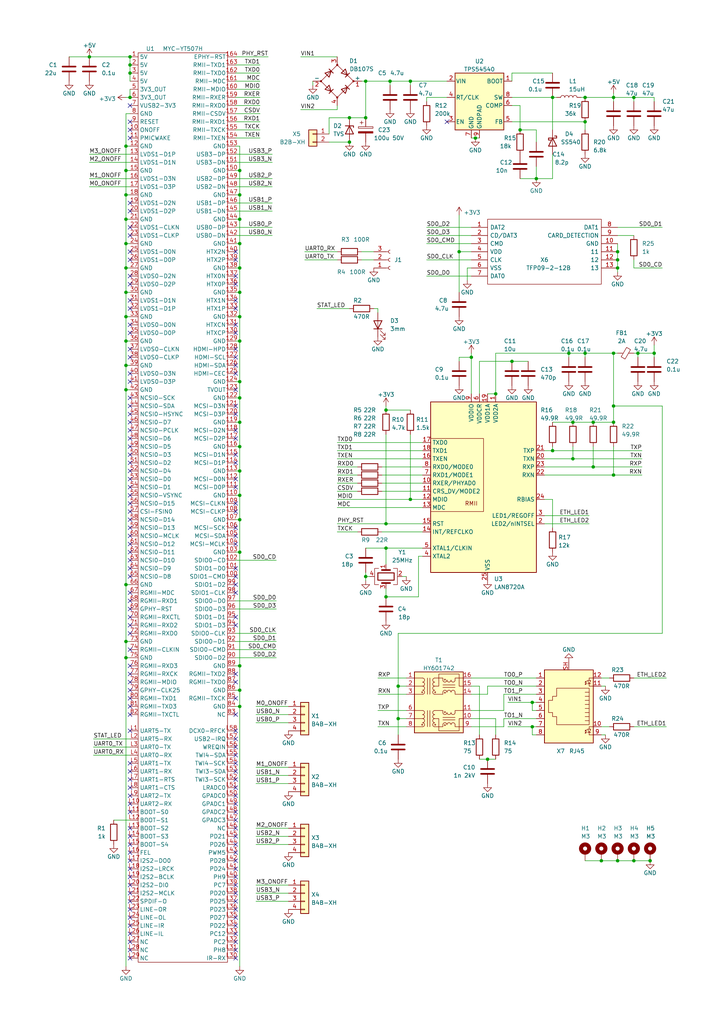
<source format=kicad_sch>
(kicad_sch (version 20211123) (generator eeschema)
  (paper "User" 226.009 319.989)
  (junction (at 167.64 55.88))
  (junction (at 172.72 140.97))
  (junction (at 187.96 269.24))
  (junction (at 74.93 124.46))
  (junction (at 40.64 17.78))
  (junction (at 162.56 40.64))
  (junction (at 39.37 83.82))
  (junction (at 182.88 30.48))
  (junction (at 74.93 220.98))
  (junction (at 120.65 128.27))
  (junction (at 199.39 110.49))
  (junction (at 120.65 186.69))
  (junction (at 74.93 83.82))
  (junction (at 154.94 123.19))
  (junction (at 40.64 20.32))
  (junction (at 74.93 68.58))
  (junction (at 39.37 76.2))
  (junction (at 177.8 110.49))
  (junction (at 198.12 269.24))
  (junction (at 120.65 163.83))
  (junction (at 39.37 200.66))
  (junction (at 148.59 43.18))
  (junction (at 185.42 146.05))
  (junction (at 166.37 219.71))
  (junction (at 124.46 224.79))
  (junction (at 179.07 143.51))
  (junction (at 203.2 269.24))
  (junction (at 191.77 30.48))
  (junction (at 114.3 25.4))
  (junction (at 39.37 205.74))
  (junction (at 40.64 22.86))
  (junction (at 191.77 110.49))
  (junction (at 193.04 78.74))
  (junction (at 74.93 154.94))
  (junction (at 114.3 180.34))
  (junction (at 74.93 53.34))
  (junction (at 191.77 132.08))
  (junction (at 128.27 156.21))
  (junction (at 74.93 215.9))
  (junction (at 74.93 91.44))
  (junction (at 182.88 38.1))
  (junction (at 74.93 106.68))
  (junction (at 74.93 132.08))
  (junction (at 39.37 91.44))
  (junction (at 204.47 110.49))
  (junction (at 160.02 113.03))
  (junction (at 39.37 68.58))
  (junction (at 166.37 227.33))
  (junction (at 74.93 99.06))
  (junction (at 109.22 44.45))
  (junction (at 120.65 171.45))
  (junction (at 179.07 132.08))
  (junction (at 182.88 110.49))
  (junction (at 147.32 111.76))
  (junction (at 172.72 30.48))
  (junction (at 74.93 139.7))
  (junction (at 193.04 269.24))
  (junction (at 74.93 76.2))
  (junction (at 193.04 83.82))
  (junction (at 39.37 53.34))
  (junction (at 191.77 127))
  (junction (at 39.37 114.3))
  (junction (at 74.93 60.96))
  (junction (at 39.37 60.96))
  (junction (at 74.93 147.32))
  (junction (at 39.37 45.72))
  (junction (at 74.93 162.56))
  (junction (at 39.37 99.06))
  (junction (at 40.64 30.48))
  (junction (at 114.3 36.83))
  (junction (at 74.93 208.28))
  (junction (at 39.37 106.68))
  (junction (at 128.27 25.4))
  (junction (at 74.93 172.72))
  (junction (at 152.4 237.49))
  (junction (at 191.77 148.59))
  (junction (at 109.22 36.83))
  (junction (at 39.37 121.92))
  (junction (at 124.46 214.63))
  (junction (at 121.92 25.4))
  (junction (at 193.04 81.28))
  (junction (at 143.51 78.74))
  (junction (at 27.94 17.78))
  (junction (at 74.93 119.38))
  (junction (at 39.37 182.88))
  (junction (at 198.12 30.48))
  (junction (at 185.42 132.08))
  (no_connect (at 40.64 40.64))
  (no_connect (at 40.64 119.38))
  (no_connect (at 73.66 241.3))
  (no_connect (at 73.66 157.48))
  (no_connect (at 40.64 86.36))
  (no_connect (at 40.64 165.1))
  (no_connect (at 40.64 38.1))
  (no_connect (at 73.66 261.62))
  (no_connect (at 73.66 121.92))
  (no_connect (at 40.64 88.9))
  (no_connect (at 40.64 203.2))
  (no_connect (at 40.64 228.6))
  (no_connect (at 73.66 144.78))
  (no_connect (at 73.66 243.84))
  (no_connect (at 40.64 63.5))
  (no_connect (at 73.66 165.1))
  (no_connect (at 139.7 38.1))
  (no_connect (at 73.66 114.3))
  (no_connect (at 40.64 213.36))
  (no_connect (at 40.64 149.86))
  (no_connect (at 40.64 129.54))
  (no_connect (at 73.66 195.58))
  (no_connect (at 73.66 233.68))
  (no_connect (at 40.64 241.3))
  (no_connect (at 40.64 71.12))
  (no_connect (at 40.64 132.08))
  (no_connect (at 73.66 299.72))
  (no_connect (at 73.66 160.02))
  (no_connect (at 40.64 81.28))
  (no_connect (at 73.66 259.08))
  (no_connect (at 40.64 210.82))
  (no_connect (at 73.66 210.82))
  (no_connect (at 40.64 287.02))
  (no_connect (at 40.64 259.08))
  (no_connect (at 73.66 129.54))
  (no_connect (at 40.64 160.02))
  (no_connect (at 73.66 177.8))
  (no_connect (at 73.66 248.92))
  (no_connect (at 73.66 101.6))
  (no_connect (at 40.64 134.62))
  (no_connect (at 73.66 88.9))
  (no_connect (at 40.64 172.72))
  (no_connect (at 40.64 271.78))
  (no_connect (at 40.64 251.46))
  (no_connect (at 40.64 218.44))
  (no_connect (at 40.64 238.76))
  (no_connect (at 73.66 289.56))
  (no_connect (at 73.66 297.18))
  (no_connect (at 40.64 111.76))
  (no_connect (at 40.64 177.8))
  (no_connect (at 73.66 182.88))
  (no_connect (at 40.64 190.5))
  (no_connect (at 40.64 142.24))
  (no_connect (at 40.64 137.16))
  (no_connect (at 40.64 185.42))
  (no_connect (at 40.64 248.92))
  (no_connect (at 73.66 152.4))
  (no_connect (at 73.66 96.52))
  (no_connect (at 73.66 81.28))
  (no_connect (at 73.66 142.24))
  (no_connect (at 40.64 266.7))
  (no_connect (at 73.66 228.6))
  (no_connect (at 40.64 109.22))
  (no_connect (at 73.66 294.64))
  (no_connect (at 40.64 264.16))
  (no_connect (at 40.64 139.7))
  (no_connect (at 40.64 294.64))
  (no_connect (at 40.64 279.4))
  (no_connect (at 73.66 256.54))
  (no_connect (at 40.64 284.48))
  (no_connect (at 73.66 218.44))
  (no_connect (at 40.64 124.46))
  (no_connect (at 40.64 269.24))
  (no_connect (at 40.64 180.34))
  (no_connect (at 73.66 134.62))
  (no_connect (at 73.66 104.14))
  (no_connect (at 73.66 167.64))
  (no_connect (at 73.66 180.34))
  (no_connect (at 40.64 299.72))
  (no_connect (at 73.66 185.42))
  (no_connect (at 40.64 66.04))
  (no_connect (at 40.64 215.9))
  (no_connect (at 40.64 116.84))
  (no_connect (at 40.64 243.84))
  (no_connect (at 40.64 96.52))
  (no_connect (at 40.64 208.28))
  (no_connect (at 40.64 33.02))
  (no_connect (at 73.66 254))
  (no_connect (at 73.66 276.86))
  (no_connect (at 73.66 251.46))
  (no_connect (at 40.64 175.26))
  (no_connect (at 40.64 281.94))
  (no_connect (at 73.66 274.32))
  (no_connect (at 40.64 147.32))
  (no_connect (at 40.64 157.48))
  (no_connect (at 73.66 170.18))
  (no_connect (at 40.64 220.98))
  (no_connect (at 73.66 111.76))
  (no_connect (at 40.64 93.98))
  (no_connect (at 73.66 292.1))
  (no_connect (at 40.64 193.04))
  (no_connect (at 40.64 170.18))
  (no_connect (at 73.66 137.16))
  (no_connect (at 40.64 187.96))
  (no_connect (at 73.66 238.76))
  (no_connect (at 40.64 297.18))
  (no_connect (at 40.64 195.58))
  (no_connect (at 73.66 127))
  (no_connect (at 40.64 144.78))
  (no_connect (at 40.64 78.74))
  (no_connect (at 73.66 246.38))
  (no_connect (at 40.64 127))
  (no_connect (at 73.66 213.36))
  (no_connect (at 40.64 73.66))
  (no_connect (at 73.66 266.7))
  (no_connect (at 40.64 152.4))
  (no_connect (at 40.64 167.64))
  (no_connect (at 73.66 193.04))
  (no_connect (at 73.66 149.86))
  (no_connect (at 40.64 43.18))
  (no_connect (at 73.66 109.22))
  (no_connect (at 73.66 264.16))
  (no_connect (at 40.64 246.38))
  (no_connect (at 73.66 236.22))
  (no_connect (at 73.66 78.74))
  (no_connect (at 73.66 93.98))
  (no_connect (at 40.64 162.56))
  (no_connect (at 73.66 279.4))
  (no_connect (at 40.64 261.62))
  (no_connect (at 40.64 274.32))
  (no_connect (at 40.64 198.12))
  (no_connect (at 73.66 269.24))
  (no_connect (at 73.66 271.78))
  (no_connect (at 40.64 254))
  (no_connect (at 73.66 284.48))
  (no_connect (at 73.66 116.84))
  (no_connect (at 40.64 289.56))
  (no_connect (at 40.64 223.52))
  (no_connect (at 40.64 154.94))
  (no_connect (at 40.64 104.14))
  (no_connect (at 73.66 281.94))
  (no_connect (at 73.66 223.52))
  (no_connect (at 40.64 292.1))
  (no_connect (at 73.66 86.36))
  (no_connect (at 73.66 287.02))
  (no_connect (at 40.64 276.86))
  (no_connect (at 40.64 101.6))
  (no_connect (at 73.66 231.14))
  (wire (pts (xy 95.25 81.28) (xy 105.41 81.28)))
  (wire (pts (xy 39.37 205.74) (xy 40.64 205.74)))
  (wire (pts (xy 29.21 236.22) (xy 40.64 236.22)))
  (wire (pts (xy 191.77 29.21) (xy 191.77 30.48)))
  (wire (pts (xy 73.66 55.88) (xy 85.09 55.88)))
  (wire (pts (xy 73.66 106.68) (xy 74.93 106.68)))
  (wire (pts (xy 74.93 147.32) (xy 74.93 139.7)))
  (wire (pts (xy 39.37 60.96) (xy 40.64 60.96)))
  (wire (pts (xy 114.3 181.61) (xy 114.3 180.34)))
  (wire (pts (xy 193.04 73.66) (xy 198.12 73.66)))
  (wire (pts (xy 39.37 83.82) (xy 40.64 83.82)))
  (wire (pts (xy 125.73 180.34) (xy 127 180.34)))
  (wire (pts (xy 172.72 132.08) (xy 179.07 132.08)))
  (wire (pts (xy 200.66 146.05) (xy 185.42 146.05)))
  (wire (pts (xy 27.94 48.26) (xy 40.64 48.26)))
  (wire (pts (xy 193.04 269.24) (xy 198.12 269.24)))
  (wire (pts (xy 114.3 179.07) (xy 114.3 180.34)))
  (wire (pts (xy 182.88 38.1) (xy 182.88 40.64)))
  (wire (pts (xy 133.35 76.2) (xy 147.32 76.2)))
  (wire (pts (xy 105.41 146.05) (xy 111.76 146.05)))
  (wire (pts (xy 119.38 151.13) (xy 132.08 151.13)))
  (wire (pts (xy 73.66 215.9) (xy 74.93 215.9)))
  (wire (pts (xy 73.66 73.66) (xy 85.09 73.66)))
  (wire (pts (xy 193.04 78.74) (xy 193.04 81.28)))
  (wire (pts (xy 147.32 111.76) (xy 143.51 111.76)))
  (wire (pts (xy 73.66 139.7) (xy 74.93 139.7)))
  (wire (pts (xy 35.56 256.54) (xy 40.64 256.54)))
  (wire (pts (xy 105.41 140.97) (xy 132.08 140.97)))
  (wire (pts (xy 158.75 227.33) (xy 166.37 227.33)))
  (wire (pts (xy 167.64 55.88) (xy 172.72 55.88)))
  (wire (pts (xy 207.01 127) (xy 191.77 127)))
  (wire (pts (xy 113.03 25.4) (xy 114.3 25.4)))
  (wire (pts (xy 139.7 25.4) (xy 128.27 25.4)))
  (wire (pts (xy 39.37 53.34) (xy 40.64 53.34)))
  (wire (pts (xy 105.41 143.51) (xy 132.08 143.51)))
  (wire (pts (xy 105.41 138.43) (xy 132.08 138.43)))
  (wire (pts (xy 132.08 173.99) (xy 130.81 173.99)))
  (wire (pts (xy 74.93 53.34) (xy 74.93 45.72)))
  (wire (pts (xy 124.46 214.63) (xy 124.46 224.79)))
  (wire (pts (xy 74.93 154.94) (xy 74.93 147.32)))
  (wire (pts (xy 189.23 229.87) (xy 187.96 229.87)))
  (wire (pts (xy 39.37 35.56) (xy 39.37 45.72)))
  (wire (pts (xy 73.66 83.82) (xy 74.93 83.82)))
  (wire (pts (xy 147.32 222.25) (xy 157.48 222.25)))
  (wire (pts (xy 73.66 60.96) (xy 74.93 60.96)))
  (wire (pts (xy 40.64 20.32) (xy 40.64 22.86)))
  (wire (pts (xy 39.37 99.06) (xy 40.64 99.06)))
  (wire (pts (xy 177.8 110.49) (xy 154.94 110.49)))
  (wire (pts (xy 73.66 99.06) (xy 74.93 99.06)))
  (wire (pts (xy 74.93 91.44) (xy 74.93 83.82)))
  (wire (pts (xy 97.79 26.67) (xy 97.79 25.4)))
  (wire (pts (xy 39.37 200.66) (xy 40.64 200.66)))
  (wire (pts (xy 187.96 212.09) (xy 190.5 212.09)))
  (wire (pts (xy 118.11 227.33) (xy 127 227.33)))
  (wire (pts (xy 80.01 240.03) (xy 90.17 240.03)))
  (wire (pts (xy 73.66 63.5) (xy 85.09 63.5)))
  (wire (pts (xy 39.37 91.44) (xy 40.64 91.44)))
  (wire (pts (xy 167.64 224.79) (xy 157.48 224.79)))
  (wire (pts (xy 146.05 83.82) (xy 146.05 87.63)))
  (wire (pts (xy 120.65 128.27) (xy 128.27 128.27)))
  (wire (pts (xy 74.93 302.26) (xy 74.93 220.98)))
  (wire (pts (xy 167.64 214.63) (xy 152.4 214.63)))
  (wire (pts (xy 154.94 224.79) (xy 154.94 229.87)))
  (wire (pts (xy 80.01 261.62) (xy 90.17 261.62)))
  (wire (pts (xy 29.21 233.68) (xy 40.64 233.68)))
  (wire (pts (xy 182.88 269.24) (xy 187.96 269.24)))
  (wire (pts (xy 149.86 123.19) (xy 149.86 113.03)))
  (wire (pts (xy 105.41 148.59) (xy 111.76 148.59)))
  (wire (pts (xy 109.22 36.83) (xy 114.3 36.83)))
  (wire (pts (xy 105.41 153.67) (xy 111.76 153.67)))
  (wire (pts (xy 39.37 45.72) (xy 39.37 53.34)))
  (wire (pts (xy 124.46 229.87) (xy 124.46 224.79)))
  (wire (pts (xy 160.02 25.4) (xy 160.02 22.86)))
  (wire (pts (xy 39.37 205.74) (xy 39.37 302.26)))
  (wire (pts (xy 191.77 127) (xy 191.77 132.08)))
  (wire (pts (xy 204.47 107.95) (xy 204.47 110.49)))
  (wire (pts (xy 166.37 229.87) (xy 167.64 229.87)))
  (wire (pts (xy 147.32 83.82) (xy 146.05 83.82)))
  (wire (pts (xy 166.37 222.25) (xy 167.64 222.25)))
  (wire (pts (xy 73.66 20.32) (xy 81.28 20.32)))
  (wire (pts (xy 27.94 50.8) (xy 40.64 50.8)))
  (wire (pts (xy 191.77 139.7) (xy 191.77 148.59)))
  (wire (pts (xy 128.27 25.4) (xy 128.27 26.67)))
  (wire (pts (xy 73.66 17.78) (xy 83.82 17.78)))
  (wire (pts (xy 147.32 212.09) (xy 167.64 212.09)))
  (wire (pts (xy 74.93 208.28) (xy 74.93 172.72)))
  (wire (pts (xy 152.4 123.19) (xy 154.94 123.19)))
  (wire (pts (xy 118.11 96.52) (xy 118.11 97.79)))
  (wire (pts (xy 73.66 38.1) (xy 81.28 38.1)))
  (wire (pts (xy 167.64 40.64) (xy 167.64 44.45)))
  (wire (pts (xy 193.04 81.28) (xy 193.04 83.82)))
  (wire (pts (xy 152.4 237.49) (xy 154.94 237.49)))
  (wire (pts (xy 102.87 41.91) (xy 102.87 36.83)))
  (wire (pts (xy 204.47 111.76) (xy 204.47 110.49)))
  (wire (pts (xy 73.66 200.66) (xy 86.36 200.66)))
  (wire (pts (xy 198.12 212.09) (xy 208.28 212.09)))
  (wire (pts (xy 147.32 227.33) (xy 157.48 227.33)))
  (wire (pts (xy 74.93 132.08) (xy 74.93 124.46)))
  (wire (pts (xy 198.12 30.48) (xy 198.12 31.75)))
  (wire (pts (xy 133.35 73.66) (xy 147.32 73.66)))
  (wire (pts (xy 73.66 154.94) (xy 74.93 154.94)))
  (wire (pts (xy 114.3 171.45) (xy 120.65 171.45)))
  (wire (pts (xy 73.66 220.98) (xy 74.93 220.98)))
  (wire (pts (xy 120.65 186.69) (xy 120.65 184.15)))
  (wire (pts (xy 120.65 127) (xy 120.65 128.27)))
  (wire (pts (xy 121.92 25.4) (xy 128.27 25.4)))
  (wire (pts (xy 73.66 203.2) (xy 86.36 203.2)))
  (wire (pts (xy 198.12 110.49) (xy 199.39 110.49)))
  (wire (pts (xy 185.42 146.05) (xy 170.18 146.05)))
  (wire (pts (xy 73.66 124.46) (xy 74.93 124.46)))
  (wire (pts (xy 204.47 31.75) (xy 204.47 30.48)))
  (wire (pts (xy 119.38 166.37) (xy 132.08 166.37)))
  (wire (pts (xy 102.87 44.45) (xy 109.22 44.45)))
  (wire (pts (xy 114.3 180.34) (xy 115.57 180.34)))
  (wire (pts (xy 116.84 96.52) (xy 118.11 96.52)))
  (wire (pts (xy 73.66 132.08) (xy 74.93 132.08)))
  (wire (pts (xy 39.37 182.88) (xy 40.64 182.88)))
  (wire (pts (xy 40.64 22.86) (xy 40.64 25.4)))
  (wire (pts (xy 39.37 114.3) (xy 40.64 114.3)))
  (wire (pts (xy 21.59 17.78) (xy 27.94 17.78)))
  (wire (pts (xy 179.07 139.7) (xy 179.07 143.51)))
  (wire (pts (xy 193.04 71.12) (xy 207.01 71.12)))
  (wire (pts (xy 118.11 212.09) (xy 127 212.09)))
  (wire (pts (xy 80.01 264.16) (xy 90.17 264.16)))
  (wire (pts (xy 39.37 83.82) (xy 39.37 91.44)))
  (wire (pts (xy 27.94 17.78) (xy 40.64 17.78)))
  (wire (pts (xy 119.38 146.05) (xy 132.08 146.05)))
  (wire (pts (xy 39.37 106.68) (xy 39.37 114.3)))
  (wire (pts (xy 200.66 143.51) (xy 179.07 143.51)))
  (wire (pts (xy 185.42 139.7) (xy 185.42 146.05)))
  (wire (pts (xy 172.72 140.97) (xy 200.66 140.97)))
  (wire (pts (xy 114.3 25.4) (xy 114.3 36.83)))
  (wire (pts (xy 128.27 156.21) (xy 132.08 156.21)))
  (wire (pts (xy 27.94 55.88) (xy 40.64 55.88)))
  (wire (pts (xy 74.93 60.96) (xy 74.93 53.34)))
  (wire (pts (xy 177.8 110.49) (xy 177.8 111.76)))
  (wire (pts (xy 170.18 161.29) (xy 184.15 161.29)))
  (wire (pts (xy 39.37 200.66) (xy 39.37 205.74)))
  (wire (pts (xy 39.37 68.58) (xy 40.64 68.58)))
  (wire (pts (xy 73.66 187.96) (xy 86.36 187.96)))
  (wire (pts (xy 39.37 76.2) (xy 40.64 76.2)))
  (wire (pts (xy 39.37 121.92) (xy 39.37 182.88)))
  (wire (pts (xy 73.66 172.72) (xy 74.93 172.72)))
  (wire (pts (xy 179.07 132.08) (xy 185.42 132.08)))
  (wire (pts (xy 182.88 30.48) (xy 191.77 30.48)))
  (wire (pts (xy 113.03 81.28) (xy 116.84 81.28)))
  (wire (pts (xy 147.32 111.76) (xy 147.32 123.19)))
  (wire (pts (xy 118.11 217.17) (xy 127 217.17)))
  (wire (pts (xy 147.32 224.79) (xy 154.94 224.79)))
  (wire (pts (xy 93.98 17.78) (xy 105.41 17.78)))
  (wire (pts (xy 167.64 227.33) (xy 166.37 227.33)))
  (wire (pts (xy 39.37 91.44) (xy 39.37 99.06)))
  (wire (pts (xy 73.66 205.74) (xy 86.36 205.74)))
  (wire (pts (xy 167.64 52.07) (xy 167.64 55.88)))
  (wire (pts (xy 105.41 166.37) (xy 111.76 166.37)))
  (wire (pts (xy 120.65 163.83) (xy 132.08 163.83)))
  (wire (pts (xy 73.66 33.02) (xy 81.28 33.02)))
  (wire (pts (xy 40.64 17.78) (xy 40.64 20.32)))
  (wire (pts (xy 198.12 269.24) (xy 203.2 269.24)))
  (wire (pts (xy 74.93 119.38) (xy 74.93 106.68)))
  (wire (pts (xy 73.66 27.94) (xy 81.28 27.94)))
  (wire (pts (xy 114.3 25.4) (xy 121.92 25.4)))
  (wire (pts (xy 74.93 215.9) (xy 74.93 208.28)))
  (wire (pts (xy 187.96 269.24) (xy 193.04 269.24)))
  (wire (pts (xy 182.88 111.76) (xy 182.88 110.49)))
  (wire (pts (xy 166.37 227.33) (xy 166.37 229.87)))
  (wire (pts (xy 133.35 71.12) (xy 147.32 71.12)))
  (wire (pts (xy 207.01 127) (xy 207.01 198.12)))
  (wire (pts (xy 187.96 227.33) (xy 190.5 227.33)))
  (wire (pts (xy 198.12 30.48) (xy 204.47 30.48)))
  (wire (pts (xy 105.41 163.83) (xy 120.65 163.83)))
  (wire (pts (xy 160.02 22.86) (xy 172.72 22.86)))
  (wire (pts (xy 80.01 281.94) (xy 90.17 281.94)))
  (wire (pts (xy 73.66 76.2) (xy 74.93 76.2)))
  (wire (pts (xy 40.64 27.94) (xy 40.64 30.48)))
  (wire (pts (xy 39.37 30.48) (xy 40.64 30.48)))
  (wire (pts (xy 147.32 110.49) (xy 147.32 111.76)))
  (wire (pts (xy 74.93 68.58) (xy 74.93 60.96)))
  (wire (pts (xy 120.65 135.89) (xy 120.65 163.83)))
  (wire (pts (xy 152.4 214.63) (xy 152.4 217.17)))
  (wire (pts (xy 133.35 81.28) (xy 147.32 81.28)))
  (wire (pts (xy 74.93 45.72) (xy 73.66 45.72)))
  (wire (pts (xy 130.81 186.69) (xy 120.65 186.69)))
  (wire (pts (xy 73.66 119.38) (xy 74.93 119.38)))
  (wire (pts (xy 39.37 114.3) (xy 39.37 121.92)))
  (wire (pts (xy 147.32 214.63) (xy 149.86 214.63)))
  (wire (pts (xy 143.51 111.76) (xy 143.51 113.03)))
  (wire (pts (xy 154.94 110.49) (xy 154.94 123.19)))
  (wire (pts (xy 39.37 53.34) (xy 39.37 60.96)))
  (wire (pts (xy 199.39 111.76) (xy 199.39 110.49)))
  (wire (pts (xy 167.64 217.17) (xy 157.48 217.17)))
  (wire (pts (xy 99.06 96.52) (xy 109.22 96.52)))
  (wire (pts (xy 198.12 83.82) (xy 198.12 81.28)))
  (wire (pts (xy 148.59 43.18) (xy 149.86 43.18)))
  (wire (pts (xy 80.01 279.4) (xy 90.17 279.4)))
  (wire (pts (xy 73.66 147.32) (xy 74.93 147.32)))
  (wire (pts (xy 124.46 224.79) (xy 127 224.79)))
  (wire (pts (xy 73.66 43.18) (xy 81.28 43.18)))
  (wire (pts (xy 170.18 156.21) (xy 172.72 156.21)))
  (wire (pts (xy 74.93 220.98) (xy 74.93 215.9)))
  (wire (pts (xy 73.66 66.04) (xy 85.09 66.04)))
  (wire (pts (xy 193.04 83.82) (xy 193.04 85.09)))
  (wire (pts (xy 143.51 91.44) (xy 143.51 78.74)))
  (wire (pts (xy 105.41 151.13) (xy 111.76 151.13)))
  (wire (pts (xy 119.38 148.59) (xy 132.08 148.59)))
  (wire (pts (xy 80.01 276.86) (xy 90.17 276.86)))
  (wire (pts (xy 191.77 30.48) (xy 198.12 30.48)))
  (wire (pts (xy 119.38 153.67) (xy 132.08 153.67)))
  (wire (pts (xy 133.35 86.36) (xy 147.32 86.36)))
  (wire (pts (xy 133.35 30.48) (xy 139.7 30.48)))
  (wire (pts (xy 191.77 148.59) (xy 170.18 148.59)))
  (wire (pts (xy 74.93 76.2) (xy 74.93 68.58)))
  (wire (pts (xy 73.66 91.44) (xy 74.93 91.44)))
  (wire (pts (xy 191.77 148.59) (xy 200.66 148.59)))
  (wire (pts (xy 73.66 22.86) (xy 81.28 22.86)))
  (wire (pts (xy 73.66 25.4) (xy 81.28 25.4)))
  (wire (pts (xy 74.93 124.46) (xy 74.93 119.38)))
  (wire (pts (xy 149.86 237.49) (xy 152.4 237.49)))
  (wire (pts (xy 162.56 40.64) (xy 167.64 40.64)))
  (wire (pts (xy 80.01 223.52) (xy 90.17 223.52)))
  (wire (pts (xy 128.27 135.89) (xy 128.27 156.21)))
  (wire (pts (xy 127 214.63) (xy 124.46 214.63)))
  (wire (pts (xy 39.37 106.68) (xy 40.64 106.68)))
  (wire (pts (xy 80.01 245.11) (xy 90.17 245.11)))
  (wire (pts (xy 160.02 113.03) (xy 165.1 113.03)))
  (wire (pts (xy 157.48 224.79) (xy 157.48 227.33)))
  (wire (pts (xy 27.94 58.42) (xy 40.64 58.42)))
  (wire (pts (xy 133.35 30.48) (xy 133.35 31.75)))
  (wire (pts (xy 39.37 60.96) (xy 39.37 68.58)))
  (wire (pts (xy 199.39 110.49) (xy 204.47 110.49)))
  (wire (pts (xy 39.37 76.2) (xy 39.37 83.82)))
  (wire (pts (xy 185.42 132.08) (xy 191.77 132.08)))
  (wire (pts (xy 147.32 217.17) (xy 152.4 217.17)))
  (wire (pts (xy 39.37 68.58) (xy 39.37 76.2)))
  (wire (pts (xy 74.93 83.82) (xy 74.93 76.2)))
  (wire (pts (xy 172.72 48.26) (xy 172.72 55.88)))
  (wire (pts (xy 179.07 143.51) (xy 170.18 143.51)))
  (wire (pts (xy 95.25 78.74) (xy 105.41 78.74)))
  (wire (pts (xy 191.77 110.49) (xy 191.77 127)))
  (wire (pts (xy 173.99 30.48) (xy 172.72 30.48)))
  (wire (pts (xy 39.37 45.72) (xy 40.64 45.72)))
  (wire (pts (xy 74.93 172.72) (xy 74.93 162.56)))
  (wire (pts (xy 166.37 219.71) (xy 166.37 222.25)))
  (wire (pts (xy 105.41 158.75) (xy 132.08 158.75)))
  (wire (pts (xy 80.01 259.08) (xy 90.17 259.08)))
  (wire (pts (xy 80.01 242.57) (xy 90.17 242.57)))
  (wire (pts (xy 160.02 30.48) (xy 172.72 30.48)))
  (wire (pts (xy 73.66 71.12) (xy 85.09 71.12)))
  (wire (pts (xy 147.32 43.18) (xy 148.59 43.18)))
  (wire (pts (xy 162.56 33.02) (xy 162.56 40.64)))
  (wire (pts (xy 198.12 227.33) (xy 208.28 227.33)))
  (wire (pts (xy 149.86 113.03) (xy 160.02 113.03)))
  (wire (pts (xy 172.72 140.97) (xy 170.18 140.97)))
  (wire (pts (xy 158.75 219.71) (xy 166.37 219.71)))
  (wire (pts (xy 121.92 26.67) (xy 121.92 25.4)))
  (wire (pts (xy 172.72 30.48) (xy 172.72 40.64)))
  (wire (pts (xy 73.66 58.42) (xy 85.09 58.42)))
  (wire (pts (xy 172.72 139.7) (xy 172.72 140.97)))
  (wire (pts (xy 73.66 208.28) (xy 74.93 208.28)))
  (wire (pts (xy 143.51 67.31) (xy 143.51 78.74)))
  (wire (pts (xy 73.66 50.8) (xy 85.09 50.8)))
  (wire (pts (xy 73.66 40.64) (xy 81.28 40.64)))
  (wire (pts (xy 157.48 222.25) (xy 157.48 217.17)))
  (wire (pts (xy 102.87 36.83) (xy 109.22 36.83)))
  (wire (pts (xy 181.61 30.48) (xy 182.88 30.48)))
  (wire (pts (xy 113.03 78.74) (xy 116.84 78.74)))
  (wire (pts (xy 118.11 222.25) (xy 127 222.25)))
  (wire (pts (xy 39.37 182.88) (xy 39.37 200.66)))
  (wire (pts (xy 120.65 171.45) (xy 132.08 171.45)))
  (wire (pts (xy 73.66 68.58) (xy 74.93 68.58)))
  (wire (pts (xy 191.77 30.48) (xy 191.77 31.75)))
  (wire (pts (xy 193.04 76.2) (xy 193.04 78.74)))
  (wire (pts (xy 93.98 34.29) (xy 105.41 34.29)))
  (wire (pts (xy 149.86 214.63) (xy 149.86 229.87)))
  (wire (pts (xy 73.66 162.56) (xy 74.93 162.56)))
  (wire (pts (xy 191.77 110.49) (xy 193.04 110.49)))
  (wire (pts (xy 73.66 53.34) (xy 74.93 53.34)))
  (wire (pts (xy 207.01 198.12) (xy 124.46 198.12)))
  (wire (pts (xy 130.81 173.99) (xy 130.81 186.69)))
  (wire (pts (xy 105.41 156.21) (xy 128.27 156.21)))
  (wire (pts (xy 73.66 30.48) (xy 81.28 30.48)))
  (wire (pts (xy 160.02 33.02) (xy 162.56 33.02)))
  (wire (pts (xy 39.37 99.06) (xy 39.37 106.68)))
  (wire (pts (xy 105.41 34.29) (xy 105.41 33.02)))
  (wire (pts (xy 74.93 106.68) (xy 74.93 99.06)))
  (wire (pts (xy 172.72 156.21) (xy 172.72 165.1)))
  (wire (pts (xy 29.21 231.14) (xy 40.64 231.14)))
  (wire (pts (xy 182.88 110.49) (xy 191.77 110.49)))
  (wire (pts (xy 189.23 214.63) (xy 187.96 214.63)))
  (wire (pts (xy 74.93 162.56) (xy 74.93 154.94)))
  (wire (pts (xy 73.66 190.5) (xy 86.36 190.5)))
  (wire (pts (xy 162.56 55.88) (xy 167.64 55.88)))
  (wire (pts (xy 80.01 226.06) (xy 90.17 226.06)))
  (wire (pts (xy 160.02 38.1) (xy 182.88 38.1)))
  (wire (pts (xy 40.64 35.56) (xy 39.37 35.56)))
  (wire (pts (xy 124.46 198.12) (xy 124.46 214.63)))
  (wire (pts (xy 120.65 171.45) (xy 120.65 176.53)))
  (wire (pts (xy 184.15 163.83) (xy 170.18 163.83)))
  (wire (pts (xy 143.51 78.74) (xy 147.32 78.74)))
  (wire (pts (xy 39.37 121.92) (xy 40.64 121.92)))
  (wire (pts (xy 73.66 198.12) (xy 86.36 198.12)))
  (wire (pts (xy 80.01 220.98) (xy 90.17 220.98)))
  (wire (pts (xy 73.66 35.56) (xy 81.28 35.56)))
  (wire (pts (xy 182.88 110.49) (xy 177.8 110.49)))
  (wire (pts (xy 73.66 48.26) (xy 85.09 48.26)))
  (wire (pts (xy 74.93 99.06) (xy 74.93 91.44)))
  (wire (pts (xy 73.66 175.26) (xy 86.36 175.26)))
  (wire (pts (xy 166.37 219.71) (xy 167.64 219.71)))
  (wire (pts (xy 74.93 139.7) (xy 74.93 132.08)))
  (wire (pts (xy 207.01 83.82) (xy 198.12 83.82)))
  (label "SD0_D3" (at 86.36 190.5 180))
  (label "RXP" (at 118.11 212.09 0))
  (label "CSDV" (at 81.28 35.56 180))
  (label "TXCK" (at 105.41 166.37 0))
  (label "PHY_RST" (at 105.41 163.83 0))
  (label "USB1_P" (at 85.09 63.5 180))
  (label "USB3_P" (at 85.09 48.26 180))
  (label "TXD0" (at 105.41 138.43 0))
  (label "USB1_N" (at 80.01 242.57 0))
  (label "USB2_P" (at 85.09 55.88 180))
  (label "SD0_CMD" (at 86.36 203.2 180))
  (label "M2_ONOFF" (at 80.01 259.08 0))
  (label "RXD1" (at 81.28 38.1 180))
  (label "STAT_LED" (at 99.06 96.52 0))
  (label "TO0_N" (at 157.48 214.63 0))
  (label "M0_ONOFF" (at 27.94 58.42 0))
  (label "SD0_CD" (at 207.01 83.82 180))
  (label "UART0_RX" (at 29.21 236.22 0))
  (label "MDC" (at 105.41 158.75 0))
  (label "RXER" (at 105.41 151.13 0))
  (label "TXEN" (at 81.28 43.18 180))
  (label "TO1_P" (at 157.48 217.17 0))
  (label "PHY_RST" (at 83.82 17.78 180))
  (label "M0_ONOFF" (at 80.01 220.98 0))
  (label "MDIO" (at 81.28 27.94 180))
  (label "VIN1" (at 93.98 17.78 0))
  (label "UART0_TX" (at 95.25 81.28 0))
  (label "M1_ONOFF" (at 27.94 55.88 0))
  (label "ETH_LED2" (at 184.15 163.83 180))
  (label "TXP" (at 200.66 140.97 180))
  (label "M1_ONOFF" (at 80.01 240.03 0))
  (label "RXD0" (at 81.28 33.02 180))
  (label "USB3_N" (at 85.09 50.8 180))
  (label "M2_ONOFF" (at 27.94 50.8 0))
  (label "SD0_CMD" (at 133.35 76.2 0))
  (label "UART0_RX" (at 95.25 78.74 0))
  (label "USB1_P" (at 80.01 245.11 0))
  (label "TXD1" (at 105.41 140.97 0))
  (label "SD0_CLK" (at 86.36 198.12 180))
  (label "RXD1" (at 105.41 148.59 0))
  (label "TXN" (at 118.11 227.33 0))
  (label "UART0_TX" (at 29.21 233.68 0))
  (label "RXN" (at 200.66 148.59 180))
  (label "M3_ONOFF" (at 80.01 276.86 0))
  (label "SD0_CLK" (at 133.35 81.28 0))
  (label "RXN" (at 118.11 217.17 0))
  (label "SD0_D1" (at 207.01 71.12 180))
  (label "TXCK" (at 81.28 40.64 180))
  (label "ETH_LED1" (at 184.15 161.29 180))
  (label "USB0_P" (at 85.09 71.12 180))
  (label "USB3_N" (at 80.01 279.4 0))
  (label "USB1_N" (at 85.09 66.04 180))
  (label "USB0_N" (at 80.01 223.52 0))
  (label "USB2_N" (at 80.01 261.62 0))
  (label "ETH_LED2" (at 208.28 212.09 180))
  (label "STAT_LED" (at 29.21 231.14 0))
  (label "SD0_D0" (at 86.36 187.96 180))
  (label "SD0_D1" (at 86.36 200.66 180))
  (label "USB2_P" (at 80.01 264.16 0))
  (label "MDIO" (at 105.41 156.21 0))
  (label "USB3_P" (at 80.01 281.94 0))
  (label "RXER" (at 81.28 30.48 180))
  (label "SD0_D2" (at 86.36 205.74 180))
  (label "ETH_LED1" (at 208.28 227.33 180))
  (label "USB0_P" (at 80.01 226.06 0))
  (label "SD0_CD" (at 86.36 175.26 180))
  (label "TXEN" (at 105.41 143.51 0))
  (label "RXD0" (at 105.41 146.05 0))
  (label "VIN2" (at 158.75 227.33 0))
  (label "M3_ONOFF" (at 27.94 48.26 0))
  (label "CSDV" (at 105.41 153.67 0))
  (label "SD0_D2" (at 133.35 71.12 0))
  (label "RXP" (at 200.66 146.05 180))
  (label "VIN2" (at 93.98 34.29 0))
  (label "USB0_N" (at 85.09 73.66 180))
  (label "TO1_N" (at 157.48 224.79 0))
  (label "TXD1" (at 81.28 20.32 180))
  (label "VIN1" (at 158.75 219.71 0))
  (label "TXD0" (at 81.28 22.86 180))
  (label "SD0_D0" (at 133.35 86.36 0))
  (label "TXP" (at 118.11 222.25 0))
  (label "TXN" (at 200.66 143.51 180))
  (label "USB2_N" (at 85.09 58.42 180))
  (label "TO0_P" (at 157.48 212.09 0))
  (label "SD0_D3" (at 133.35 73.66 0))
  (label "MDC" (at 81.28 25.4 180))
  (symbol (lib_id "Device:C") (at 167.64 48.26 180) (unit 1)
    (property "Reference" "C14" (at 176.53 48.26 0) (effects (justify left)))
    (property "Value" "8.2p" (at 177.8 50.8 0) (effects (justify left)))
    (property "Footprint" "Capacitor_SMD:C_0603_1608Metric" (effects hide))
  )
  (symbol (lib_id "Device:D_Bridge_+-AA") (at 105.41 25.4 0) (unit 1)
    (property "Reference" "D1" (at 110.49 19.05 0))
    (property "Value" "DB107S" (at 113.03 21.59 0))
    (property "Footprint" "Diode_SMD:Diode_Bridge_OnSemi_SDIP-4L" (effects hide))
  )
  (symbol (lib_id "Device:L") (at 177.8 30.48 90) (unit 1)
    (property "Reference" "L1" (at 179.07 25.4 90))
    (property "Value" "15uH" (at 180.34 27.94 90))
    (property "Footprint" "Inductor_SMD:L_Sunlord_MWSA1004S" (effects hide))
  )
  (symbol (lib_id "power:GND") (at 165.1 120.65 0) (unit 1)
    (property "Reference" "#PWR033" (effects hide))
    (property "Value" "GND" (at 165.1 124.46 0))
  )
  (symbol (lib_id "Device:R") (at 115.57 151.13 90) (unit 1)
    (property "Reference" "R7" (at 111.76 133.35 90))
    (property "Value" "22R" (at 115.57 133.35 90))
    (property "Footprint" "Resistor_SMD:R_0603_1608Metric" (effects hide))
  )
  (symbol (lib_id "Mechanical:MountingHole_Pad") (at 187.96 266.7 0) (unit 1)
    (property "Reference" "H2" (at 186.69 259.08 0) (effects (justify left)))
    (property "Value" "M3" (at 186.69 261.62 0) (effects (justify left)))
    (property "Footprint" "MountingHole:MountingHole_3.5mm_Pad" (effects hide))
  )
  (symbol (lib_id "Device:C") (at 152.4 241.3 180) (unit 1)
    (property "Reference" "C10" (at 148.59 240.03 0) (effects (justify left)))
    (property "Value" "1n 2kV" (at 148.59 242.57 0) (effects (justify left)))
    (property "Footprint" "Capacitor_SMD:C_1206_3216Metric" (effects hide))
  )
  (symbol (lib_id "power:GND") (at 133.35 39.37 0) (unit 1)
    (property "Reference" "#PWR023" (effects hide))
    (property "Value" "GND" (at 133.35 43.18 0))
  )
  (symbol (lib_id "Device:C") (at 198.12 35.56 0) (unit 1)
    (property "Reference" "C19" (at 200.66 26.67 0) (effects (justify left)))
    (property "Value" "47u" (at 200.66 29.21 0) (effects (justify left)))
    (property "Footprint" "Capacitor_SMD:C_1206_3216Metric" (effects hide))
  )
  (symbol (lib_id "Device:D_Schottky") (at 172.72 44.45 270) (unit 1)
    (property "Reference" "D4" (at 176.53 41.91 90) (effects (justify left)))
    (property "Value" "SS540" (at 175.26 44.45 90) (effects (justify left)))
    (property "Footprint" "Diode_SMD:D_SMA" (effects hide))
  )
  (symbol (lib_id "power:GND") (at 127 180.34 0) (unit 1)
    (property "Reference" "#PWR021" (effects hide))
    (property "Value" "GND" (at 127 184.15 0))
  )
  (symbol (lib_id "power:GND") (at 193.04 85.09 0) (unit 1)
    (property "Reference" "#PWR044" (effects hide))
    (property "Value" "GND" (at 193.04 88.9 0))
  )
  (symbol (lib_id "Device:Crystal_GND24") (at 120.65 180.34 270) (unit 1)
    (property "Reference" "Y1" (at 125.73 172.72 90))
    (property "Value" "25MHz" (at 125.73 175.26 90))
    (property "Footprint" "Oscillator:Oscillator_SMD_Abracon_ASE-4Pin_3.2x2.5mm" (effects hide))
  )
  (symbol (lib_id "Device:R") (at 182.88 34.29 0) (unit 1)
    (property "Reference" "R19" (at 177.8 33.02 0) (effects (justify left)))
    (property "Value" "36k" (at 176.53 35.56 0) (effects (justify left)))
    (property "Footprint" "Resistor_SMD:R_0603_1608Metric" (effects hide))
  )
  (symbol (lib_id "Device:C") (at 182.88 115.57 0) (unit 1)
    (property "Reference" "C17" (at 180.34 106.68 0) (effects (justify left)))
    (property "Value" "0.1u" (at 180.34 109.22 0) (effects (justify left)))
    (property "Footprint" "Capacitor_SMD:C_0603_1608Metric" (effects hide))
  )
  (symbol (lib_id "power:GND") (at 199.39 119.38 0) (unit 1)
    (property "Reference" "#PWR046" (effects hide))
    (property "Value" "GND" (at 199.39 123.19 0))
  )
  (symbol (lib_id "Device:R") (at 182.88 44.45 0) (unit 1)
    (property "Reference" "R20" (at 185.42 44.45 0) (effects (justify left)))
    (property "Value" "6.8k" (at 185.42 46.99 0) (effects (justify left)))
    (property "Footprint" "Resistor_SMD:R_0603_1608Metric" (effects hide))
  )
  (symbol (lib_id "Device:R") (at 194.31 227.33 90) (unit 1)
    (property "Reference" "R24" (at 193.04 224.79 90))
    (property "Value" "470R" (at 194.31 229.87 90))
    (property "Footprint" "Resistor_SMD:R_0603_1608Metric" (effects hide))
  )
  (symbol (lib_id "power:+3V3") (at 120.65 127 0) (unit 1)
    (property "Reference" "#PWR017" (effects hide))
    (property "Value" "+3V3" (at 120.65 123.4242 0))
  )
  (symbol (lib_id "Connector:Conn_01x03_Female") (at 121.92 81.28 0) (mirror x) (unit 1)
    (property "Reference" "J1" (at 124.46 81.28 0))
    (property "Value" "Header" (effects hide))
    (property "Footprint" "Connector_PinHeader_2.54mm:PinHeader_1x03_P2.54mm_Vertical" (effects hide))
  )
  (symbol (lib_id "Device:R") (at 120.65 132.08 0) (unit 1)
    (property "Reference" "R10" (at 122.428 131.2453 0) (effects (justify left)))
    (property "Value" "4.7k" (at 122.428 133.7822 0) (effects (justify left)))
    (property "Footprint" "Resistor_SMD:R_0603_1608Metric" (effects hide))
  )
  (symbol (lib_id "power:GND") (at 172.72 172.72 0) (unit 1)
    (property "Reference" "#PWR035" (effects hide))
    (property "Value" "GND" (at 172.72 176.53 0))
  )
  (symbol (lib_id "Device:R") (at 149.86 233.68 0) (unit 1)
    (property "Reference" "R13" (at 144.78 232.41 0) (effects (justify left)))
    (property "Value" "75" (at 144.78 234.95 0) (effects (justify left)))
    (property "Footprint" "Resistor_SMD:R_0603_1608Metric" (effects hide))
  )
  (symbol (lib_id "power:GND") (at 191.77 39.37 0) (unit 1)
    (property "Reference" "#PWR043" (effects hide))
    (property "Value" "GND" (at 191.77 43.18 0))
  )
  (symbol (lib_id "Device:R") (at 133.35 35.56 0) (unit 1)
    (property "Reference" "R12" (at 135.89 33.02 0) (effects (justify left)))
    (property "Value" "200k" (at 135.89 35.56 0) (effects (justify left)))
    (property "Footprint" "Resistor_SMD:R_0603_1608Metric" (effects hide))
  )
  (symbol (lib_id "power:GND") (at 114.3 44.45 0) (unit 1)
    (property "Reference" "#PWR051" (effects hide))
    (property "Value" "GND" (at 114.3 48.26 0))
  )
  (symbol (lib_id "Device:C") (at 199.39 115.57 0) (unit 1)
    (property "Reference" "C20" (at 198.12 106.68 0) (effects (justify left)))
    (property "Value" "4.7u" (at 198.12 109.22 0) (effects (justify left)))
    (property "Footprint" "Capacitor_SMD:C_0603_1608Metric" (effects hide))
  )
  (symbol (lib_id "Device:R") (at 172.72 168.91 0) (unit 1)
    (property "Reference" "R17" (at 174.498 168.0753 0) (effects (justify left)))
    (property "Value" "12k" (at 174.498 170.6122 0) (effects (justify left)))
    (property "Footprint" "Resistor_SMD:R_0603_1608Metric" (effects hide))
  )
  (symbol (lib_id "power:GND") (at 90.17 247.65 0) (unit 1)
    (property "Reference" "#PWR09" (effects hide))
    (property "Value" "GND" (at 90.17 251.46 0))
  )
  (symbol (lib_id "Device:R") (at 194.31 212.09 90) (unit 1)
    (property "Reference" "R23" (at 193.04 209.55 90))
    (property "Value" "470R" (at 194.31 214.63 90))
    (property "Footprint" "Resistor_SMD:R_0603_1608Metric" (effects hide))
  )
  (symbol (lib_id "Device:D_Zener") (at 109.22 40.64 270) (unit 1)
    (property "Reference" "D2" (at 104.14 39.37 90) (effects (justify left)))
    (property "Value" "TVS" (at 104.14 41.91 90) (effects (justify left)))
    (property "Footprint" "Diode_SMD:D_SMA" (effects hide))
  )
  (symbol (lib_id "Device:C") (at 114.3 175.26 180) (unit 1)
    (property "Reference" "C3" (at 110.49 173.99 0) (effects (justify left)))
    (property "Value" "18p" (at 110.49 176.53 0) (effects (justify left)))
    (property "Footprint" "Capacitor_SMD:C_0603_1608Metric" (effects hide))
  )
  (symbol (lib_id "TFP09-2-12B:TFP09-2-12B") (at 147.32 71.12 0) (unit 1)
    (property "Reference" "X6" (at 170.18 81.28 0))
    (property "Value" "TFP09-2-12B" (at 171.45 83.82 0))
    (property "Footprint" "proj:TFP09212B" (effects hide))
    (property "Datasheet" "http://images.100y.com.tw/pdf_file/10-TFP09-2-12B.pdf" (effects hide))
    (property "Description" "Micro SD Card Connector" (effects hide))
    (property "Height" "2.45" (effects hide))
    (property "Manufacturer_Name" "100y" (effects hide))
    (property "Manufacturer_Part_Number" "TFP09-2-12B" (effects hide))
  )
  (symbol (lib_id "Device:R") (at 185.42 135.89 0) (unit 1)
    (property "Reference" "R21" (at 184.15 128.27 0) (effects (justify left)))
    (property "Value" "49.9R" (at 184.15 130.81 0) (effects (justify left)))
    (property "Footprint" "Resistor_SMD:R_0603_1608Metric" (effects hide))
  )
  (symbol (lib_id "Device:R") (at 115.57 166.37 90) (unit 1)
    (property "Reference" "R9" (at 114.3 168.91 90))
    (property "Value" "22R" (at 119.38 168.91 90))
    (property "Footprint" "Resistor_SMD:R_0603_1608Metric" (effects hide))
  )
  (symbol (lib_id "power:GND") (at 116.84 83.82 0) (unit 1)
    (property "Reference" "#PWR016" (effects hide))
    (property "Value" "GND" (at 116.84 87.63 0))
  )
  (symbol (lib_id "power:+5V") (at 27.94 17.78 0) (unit 1)
    (property "Reference" "#PWR02" (effects hide))
    (property "Value" "+5V" (at 27.94 14.2042 0))
  )
  (symbol (lib_id "power:GND") (at 90.17 284.48 0) (unit 1)
    (property "Reference" "#PWR011" (effects hide))
    (property "Value" "GND" (at 90.17 288.29 0))
  )
  (symbol (lib_id "power:GND") (at 189.23 214.63 0) (unit 1)
    (property "Reference" "#PWR040" (effects hide))
    (property "Value" "GND" (at 189.23 218.44 0))
  )
  (symbol (lib_id "Interface_Ethernet:LAN8720A") (at 152.4 153.67 0) (unit 1)
    (property "Reference" "U3" (at 154.4194 181.1004 0) (effects (justify left)))
    (property "Value" "LAN8720A" (at 154.4194 183.6373 0) (effects (justify left)))
    (property "Footprint" "Package_DFN_QFN:QFN-24-1EP_4x4mm_P0.5mm_EP2.6x2.6mm" (effects hide))
    (property "Datasheet" "http://ww1.microchip.com/downloads/en/DeviceDoc/8720a.pdf" (effects hide))
  )
  (symbol (lib_id "power:GND") (at 143.51 120.65 0) (unit 1)
    (property "Reference" "#PWR026" (effects hide))
    (property "Value" "GND" (at 143.51 124.46 0))
  )
  (symbol (lib_id "Device:C") (at 160.02 116.84 0) (unit 1)
    (property "Reference" "C11" (at 157.48 106.68 0) (effects (justify left)))
    (property "Value" "10u" (at 157.48 109.22 0) (effects (justify left)))
    (property "Footprint" "Capacitor_SMD:C_0805_2012Metric" (effects hide))
  )
  (symbol (lib_id "Device:C") (at 121.92 30.48 0) (unit 1)
    (property "Reference" "C5" (at 118.11 22.86 0) (effects (justify left)))
    (property "Value" "4.7u" (at 121.92 22.86 0) (effects (justify left)))
    (property "Footprint" "Capacitor_SMD:C_1206_3216Metric" (effects hide))
  )
  (symbol (lib_id "power:+3V3") (at 204.47 107.95 0) (unit 1)
    (property "Reference" "#PWR048" (effects hide))
    (property "Value" "+3V3" (at 204.47 104.3742 0))
  )
  (symbol (lib_id "Mechanical:MountingHole_Pad") (at 193.04 266.7 0) (unit 1)
    (property "Reference" "H3" (at 191.77 259.08 0) (effects (justify left)))
    (property "Value" "M3" (at 191.77 261.62 0) (effects (justify left)))
    (property "Footprint" "MountingHole:MountingHole_3.5mm_Pad" (effects hide))
  )
  (symbol (lib_id "power:GND") (at 21.59 25.4 0) (unit 1)
    (property "Reference" "#PWR01" (effects hide))
    (property "Value" "GND" (at 21.59 29.21 0))
  )
  (symbol (lib_id "Device:C") (at 143.51 95.25 0) (unit 1)
    (property "Reference" "C8" (at 137.16 93.98 0) (effects (justify left)))
    (property "Value" "4.7u" (at 135.89 96.52 0) (effects (justify left)))
    (property "Footprint" "Capacitor_SMD:C_0603_1608Metric" (effects hide))
  )
  (symbol (lib_id "power:GND") (at 167.64 55.88 0) (unit 1)
    (property "Reference" "#PWR034" (effects hide))
    (property "Value" "GND" (at 167.64 59.69 0))
  )
  (symbol (lib_id "Device:R") (at 154.94 233.68 0) (unit 1)
    (property "Reference" "R14" (at 157.48 232.41 0) (effects (justify left)))
    (property "Value" "75" (at 157.48 234.95 0) (effects (justify left)))
    (property "Footprint" "Resistor_SMD:R_0603_1608Metric" (effects hide))
  )
  (symbol (lib_id "Device:R") (at 162.56 44.45 0) (unit 1)
    (property "Reference" "R15" (at 157.48 43.18 0) (effects (justify left)))
    (property "Value" "18k" (at 156.21 45.72 0) (effects (justify left)))
    (property "Footprint" "Resistor_SMD:R_0603_1608Metric" (effects hide))
  )
  (symbol (lib_id "Device:C") (at 128.27 30.48 0) (unit 1)
    (property "Reference" "C7" (at 130.81 26.67 0) (effects (justify left)))
    (property "Value" "4.7u" (at 130.81 29.21 0) (effects (justify left)))
    (property "Footprint" "Capacitor_SMD:C_1206_3216Metric" (effects hide))
  )
  (symbol (lib_id "power:GND") (at 148.59 43.18 0) (unit 1)
    (property "Reference" "#PWR029" (effects hide))
    (property "Value" "GND" (at 148.59 46.99 0))
  )
  (symbol (lib_id "power:GND") (at 120.65 194.31 0) (unit 1)
    (property "Reference" "#PWR018" (effects hide))
    (property "Value" "GND" (at 120.65 198.12 0))
  )
  (symbol (lib_id "power:GND") (at 182.88 119.38 0) (unit 1)
    (property "Reference" "#PWR039" (effects hide))
    (property "Value" "GND" (at 182.88 123.19 0))
  )
  (symbol (lib_id "Device:FerriteBead_Small") (at 195.58 110.49 270) (unit 1)
    (property "Reference" "FB1" (at 194.31 104.14 90))
    (property "Value" "2A" (at 194.31 106.68 90))
    (property "Footprint" "Resistor_SMD:R_0805_2012Metric" (effects hide))
  )
  (symbol (lib_id "Device:C") (at 21.59 21.59 0) (unit 1)
    (property "Reference" "C1" (at 15.24 20.32 0) (effects (justify left)))
    (property "Value" "22u" (at 13.97 22.86 0) (effects (justify left)))
    (property "Footprint" "Capacitor_SMD:C_0805_2012Metric" (effects hide))
  )
  (symbol (lib_id "Device:R") (at 109.22 78.74 270) (unit 1)
    (property "Reference" "R3" (at 107.95 74.93 90))
    (property "Value" "100R" (at 113.03 74.93 90))
    (property "Footprint" "Resistor_SMD:R_0603_1608Metric" (effects hide))
  )
  (symbol (lib_id "power:GND") (at 27.94 25.4 0) (unit 1)
    (property "Reference" "#PWR03" (effects hide))
    (property "Value" "GND" (at 27.94 29.21 0))
  )
  (symbol (lib_id "Device:R") (at 172.72 135.89 0) (unit 1)
    (property "Reference" "R16" (at 168.91 128.27 0) (effects (justify left)))
    (property "Value" "49.9R" (at 168.91 130.81 0) (effects (justify left)))
    (property "Footprint" "Resistor_SMD:R_0603_1608Metric" (effects hide))
  )
  (symbol (lib_id "power:GND") (at 121.92 34.29 0) (unit 1)
    (property "Reference" "#PWR019" (effects hide))
    (property "Value" "GND" (at 121.92 38.1 0))
  )
  (symbol (lib_id "Device:LED") (at 118.11 101.6 90) (unit 1)
    (property "Reference" "D3" (at 121.92 100.33 90) (effects (justify right)))
    (property "Value" "3mm" (at 121.92 102.87 90) (effects (justify right)))
    (property "Footprint" "LED_THT:LED_D3.0mm" (effects hide))
  )
  (symbol (lib_id "power:GND") (at 182.88 48.26 0) (unit 1)
    (property "Reference" "#PWR038" (effects hide))
    (property "Value" "GND" (at 182.88 52.07 0))
  )
  (symbol (lib_id "Device:C") (at 204.47 35.56 0) (unit 1)
    (property "Reference" "C21" (at 207.01 31.75 0) (effects (justify left)))
    (property "Value" "47u" (at 207.01 34.29 0) (effects (justify left)))
    (property "Footprint" "Capacitor_SMD:C_1206_3216Metric" (effects hide))
  )
  (symbol (lib_id "Myir:MYC-YT507H") (at 43.18 17.78 0) (unit 1)
    (property "Reference" "U1" (at 46.99 15.24 0))
    (property "Value" "MYC-YT507H" (at 57.15 15.24 0))
    (property "Footprint" "MYC-Y6UL:MYC-YT507H" (effects hide))
  )
  (symbol (lib_id "Device:C") (at 165.1 116.84 0) (unit 1)
    (property "Reference" "C13" (at 168.91 115.57 0) (effects (justify left)))
    (property "Value" "470p" (at 168.91 118.11 0) (effects (justify left)))
    (property "Footprint" "Capacitor_SMD:C_0603_1608Metric" (effects hide))
  )
  (symbol (lib_id "power:GND") (at 124.46 237.49 0) (unit 1)
    (property "Reference" "#PWR020" (effects hide))
    (property "Value" "GND" (at 124.46 241.3 0))
  )
  (symbol (lib_id "Mechanical:MountingHole_Pad") (at 198.12 266.7 0) (unit 1)
    (property "Reference" "H4" (at 196.85 259.08 0) (effects (justify left)))
    (property "Value" "M3" (at 196.85 261.62 0) (effects (justify left)))
    (property "Footprint" "MountingHole:MountingHole_3.5mm_Pad" (effects hide))
  )
  (symbol (lib_id "Device:R") (at 35.56 260.35 0) (mirror y) (unit 1)
    (property "Reference" "R1" (at 33.02 259.08 0) (effects (justify left)))
    (property "Value" "1k" (at 33.02 261.62 0) (effects (justify left)))
    (property "Footprint" "Resistor_SMD:R_0603_1608Metric" (effects hide))
  )
  (symbol (lib_id "power:GND") (at 90.17 266.7 0) (unit 1)
    (property "Reference" "#PWR010" (effects hide))
    (property "Value" "GND" (at 90.17 270.51 0))
  )
  (symbol (lib_id "Device:R") (at 115.57 148.59 90) (unit 1)
    (property "Reference" "R6" (at 111.76 130.81 90))
    (property "Value" "22R" (at 115.57 130.81 90))
    (property "Footprint" "Resistor_SMD:R_0603_1608Metric" (effects hide))
  )
  (symbol (lib_id "power:GND") (at 35.56 264.16 0) (unit 1)
    (property "Reference" "#PWR04" (effects hide))
    (property "Value" "GND" (at 35.56 267.97 0))
  )
  (symbol (lib_id "Connector_Generic:Conn_01x02") (at 97.79 41.91 0) (mirror y) (unit 1)
    (property "Reference" "X5" (at 92.71 41.91 0))
    (property "Value" "B2B-XH" (at 91.44 44.45 0))
    (property "Footprint" "Connector_JST:JST_XH_B2B-XH-A_1x02_P2.50mm_Vertical" (effects hide))
  )
  (symbol (lib_id "power:GND") (at 109.22 44.45 0) (unit 1)
    (property "Reference" "#PWR014" (effects hide))
    (property "Value" "GND" (at 109.22 48.26 0))
  )
  (symbol (lib_id "power:GND") (at 90.17 228.6 0) (unit 1)
    (property "Reference" "#PWR08" (effects hide))
    (property "Value" "GND" (at 90.17 232.41 0))
  )
  (symbol (lib_id "Device:C") (at 177.8 115.57 0) (unit 1)
    (property "Reference" "C16" (at 175.26 106.68 0) (effects (justify left)))
    (property "Value" "0.1u" (at 175.26 109.22 0) (effects (justify left)))
    (property "Footprint" "Capacitor_SMD:C_0603_1608Metric" (effects hide))
  )
  (symbol (lib_id "Connector_Generic:Conn_01x04") (at 95.25 242.57 0) (unit 1)
    (property "Reference" "X2" (at 97.282 243.0053 0) (effects (justify left)))
    (property "Value" "B4B-XH" (at 97.282 245.5422 0) (effects (justify left)))
    (property "Footprint" "Connector_JST:JST_XH_B4B-XH-A_1x04_P2.50mm_Vertical" (effects hide))
  )
  (symbol (lib_id "power:GND") (at 39.37 302.26 0) (unit 1)
    (property "Reference" "#PWR06" (effects hide))
    (property "Value" "GND" (at 39.37 306.07 0))
  )
  (symbol (lib_id "Device:R") (at 191.77 135.89 0) (unit 1)
    (property "Reference" "R22" (at 194.31 133.35 0) (effects (justify left)))
    (property "Value" "49.9R" (at 194.31 135.89 0) (effects (justify left)))
    (property "Footprint" "Resistor_SMD:R_0603_1608Metric" (effects hide))
  )
  (symbol (lib_id "power:GND") (at 146.05 87.63 0) (unit 1)
    (property "Reference" "#PWR027" (effects hide))
    (property "Value" "GND" (at 146.05 91.44 0))
  )
  (symbol (lib_id "Device:C") (at 124.46 233.68 0) (unit 1)
    (property "Reference" "C6" (at 118.11 232.41 0) (effects (justify left)))
    (property "Value" "0.1u" (at 116.84 234.95 0) (effects (justify left)))
    (property "Footprint" "Capacitor_SMD:C_0603_1608Metric" (effects hide))
  )
  (symbol (lib_id "power:+3V3") (at 143.51 67.31 0) (unit 1)
    (property "Reference" "#PWR024" (effects hide))
    (property "Value" "+3V3" (at 144.907 66.4738 0) (effects (justify left)))
  )
  (symbol (lib_id "Mechanical:MountingHole_Pad") (at 203.2 266.7 0) (unit 1)
    (property "Reference" "H5" (at 201.93 259.08 0) (effects (justify left)))
    (property "Value" "M3" (at 201.93 261.62 0) (effects (justify left)))
    (property "Footprint" "MountingHole:MountingHole_3.5mm_Pad" (effects hide))
  )
  (symbol (lib_id "Device:C") (at 191.77 35.56 0) (unit 1)
    (property "Reference" "C18" (at 195.58 26.67 0) (effects (justify left)))
    (property "Value" "47u" (at 195.58 29.21 0) (effects (justify left)))
    (property "Footprint" "Capacitor_SMD:C_1206_3216Metric" (effects hide))
  )
  (symbol (lib_id "Mechanical:MountingHole_Pad") (at 182.88 266.7 0) (unit 1)
    (property "Reference" "H1" (at 181.61 259.08 0) (effects (justify left)))
    (property "Value" "M3" (at 181.61 261.62 0) (effects (justify left)))
    (property "Footprint" "MountingHole:MountingHole_3.5mm_Pad" (effects hide))
  )
  (symbol (lib_id "power:GND") (at 177.8 119.38 0) (unit 1)
    (property "Reference" "#PWR036" (effects hide))
    (property "Value" "GND" (at 177.8 123.19 0))
  )
  (symbol (lib_id "Device:R") (at 128.27 132.08 0) (unit 1)
    (property "Reference" "R11" (at 130.048 131.2453 0) (effects (justify left)))
    (property "Value" "1.5k" (at 130.048 133.7822 0) (effects (justify left)))
    (property "Footprint" "Resistor_SMD:R_0603_1608Metric" (effects hide))
  )
  (symbol (lib_id "power:GND") (at 152.4 245.11 0) (unit 1)
    (property "Reference" "#PWR031" (effects hide))
    (property "Value" "GND" (at 152.4 248.92 0))
  )
  (symbol (lib_id "Device:C") (at 143.51 116.84 0) (unit 1)
    (property "Reference" "C9" (at 135.89 115.57 0) (effects (justify left)))
    (property "Value" "0.1u" (at 135.89 118.11 0) (effects (justify left)))
    (property "Footprint" "Capacitor_SMD:C_0603_1608Metric" (effects hide))
  )
  (symbol (lib_id "Device:R") (at 115.57 153.67 90) (unit 1)
    (property "Reference" "R8" (at 111.76 135.89 90))
    (property "Value" "22R" (at 115.57 135.89 90))
    (property "Footprint" "Resistor_SMD:R_0603_1608Metric" (effects hide))
  )
  (symbol (lib_id "power:GND") (at 204.47 119.38 0) (unit 1)
    (property "Reference" "#PWR049" (effects hide))
    (property "Value" "GND" (at 204.47 123.19 0))
  )
  (symbol (lib_id "Device:C") (at 204.47 115.57 0) (unit 1)
    (property "Reference" "C22" (at 208.28 113.03 0) (effects (justify left)))
    (property "Value" "0.1u" (at 208.28 115.57 0) (effects (justify left)))
    (property "Footprint" "Capacitor_SMD:C_0603_1608Metric" (effects hide))
  )
  (symbol (lib_id "power:GND") (at 143.51 99.06 0) (unit 1)
    (property "Reference" "#PWR025" (effects hide))
    (property "Value" "GND" (at 143.51 102.87 0))
  )
  (symbol (lib_id "Device:C") (at 27.94 21.59 0) (unit 1)
    (property "Reference" "C2" (at 31.75 20.32 0) (effects (justify left)))
    (property "Value" "0.1u" (at 31.75 22.86 0) (effects (justify left)))
    (property "Footprint" "Capacitor_SMD:C_0603_1608Metric" (effects hide))
  )
  (symbol (lib_id "power:+3V3") (at 39.37 30.48 90) (unit 1)
    (property "Reference" "#PWR05" (effects hide))
    (property "Value" "+3V3" (at 36.195 30.9138 90) (effects (justify left)))
  )
  (symbol (lib_id "power:GND") (at 114.3 181.61 0) (unit 1)
    (property "Reference" "#PWR013" (effects hide))
    (property "Value" "GND" (at 114.3 185.42 0))
  )
  (symbol (lib_id "power:+5V") (at 191.77 29.21 0) (unit 1)
    (property "Reference" "#PWR042" (effects hide))
    (property "Value" "+5V" (at 191.77 25.6342 0))
  )
  (symbol (lib_id "Device:R") (at 113.03 96.52 270) (unit 1)
    (property "Reference" "R2" (at 111.76 93.98 90))
    (property "Value" "470R" (at 113.03 99.06 90))
    (property "Footprint" "Resistor_SMD:R_0603_1608Metric" (effects hide))
  )
  (symbol (lib_id "Device:R") (at 115.57 146.05 90) (unit 1)
    (property "Reference" "R5" (at 111.76 128.27 90))
    (property "Value" "22R" (at 115.57 128.27 90))
    (property "Footprint" "Resistor_SMD:R_0603_1608Metric" (effects hide))
  )
  (symbol (lib_id "Device:C") (at 120.65 190.5 180) (unit 1)
    (property "Reference" "C4" (at 127 190.5 0) (effects (justify left)))
    (property "Value" "18p" (at 128.27 193.04 0) (effects (justify left)))
    (property "Footprint" "Capacitor_SMD:C_0603_1608Metric" (effects hide))
  )
  (symbol (lib_id "power:GND") (at 97.79 26.67 0) (unit 1)
    (property "Reference" "#PWR012" (effects hide))
    (property "Value" "GND" (at 97.79 30.48 0))
  )
  (symbol (lib_id "Device:R") (at 198.12 77.47 0) (unit 1)
    (property "Reference" "R25" (at 200.66 76.2 0) (effects (justify left)))
    (property "Value" "1k" (at 200.66 78.74 0) (effects (justify left)))
    (property "Footprint" "Resistor_SMD:R_0603_1608Metric" (effects hide))
  )
  (symbol (lib_id "Device:R") (at 109.22 81.28 270) (unit 1)
    (property "Reference" "R4" (at 106.68 85.09 90))
    (property "Value" "100R" (at 111.76 85.09 90))
    (property "Footprint" "Resistor_SMD:R_0603_1608Metric" (effects hide))
  )
  (symbol (lib_id "Device:C") (at 172.72 26.67 0) (unit 1)
    (property "Reference" "C15" (at 166.37 25.4 0) (effects (justify left)))
    (property "Value" "0.1u" (at 165.1 27.94 0) (effects (justify left)))
    (property "Footprint" "Capacitor_SMD:C_0603_1608Metric" (effects hide))
  )
  (symbol (lib_id "power:GND") (at 118.11 105.41 0) (unit 1)
    (property "Reference" "#PWR015" (effects hide))
    (property "Value" "GND" (at 118.11 109.22 0))
  )
  (symbol (lib_id "Transformer:PT61017PEL") (at 137.16 219.71 0) (mirror x) (unit 1)
    (property "Reference" "T1" (at 137.16 206.4852 0))
    (property "Value" "HY601742" (at 137.16 209.0221 0))
    (property "Footprint" "Transformer_SMD:Transformer_Ethernet_Bourns_PT61017PEL" (effects hide))
    (property "Datasheet" "https://www.bourns.com/docs/Product-Datasheets/PT61017PEL.pdf" (effects hide))
  )
  (symbol (lib_id "power:GND") (at 152.4 181.61 0) (unit 1)
    (property "Reference" "#PWR030" (effects hide))
    (property "Value" "GND" (at 152.4 185.42 0))
  )
  (symbol (lib_id "Regulator_Switching:TPS54360DDA") (at 149.86 30.48 0) (unit 1)
    (property "Reference" "U2" (at 149.86 19.1602 0))
    (property "Value" "TPS54540" (at 149.86 21.6971 0))
    (property "Footprint" "Package_SO:TI_SO-PowerPAD-8_ThermalVias" (effects hide))
    (property "Datasheet" "http://www.ti.com/lit/ds/symlink/tps54360.pdf" (effects hide))
  )
  (symbol (lib_id "power:GND") (at 198.12 39.37 0) (unit 1)
    (property "Reference" "#PWR045" (effects hide))
    (property "Value" "GND" (at 198.12 43.18 0))
  )
  (symbol (lib_id "Connector_Generic:Conn_01x04") (at 95.25 223.52 0) (unit 1)
    (property "Reference" "X1" (at 97.282 223.9553 0) (effects (justify left)))
    (property "Value" "B4B-XH" (at 97.282 226.4922 0) (effects (justify left)))
    (property "Footprint" "Connector_JST:JST_XH_B4B-XH-A_1x04_P2.50mm_Vertical" (effects hide))
  )
  (symbol (lib_id "Device:C") (at 162.56 52.07 0) (unit 1)
    (property "Reference" "C12" (at 156.21 50.8 0) (effects (justify left)))
    (property "Value" "10n" (at 154.94 53.34 0) (effects (justify left)))
    (property "Footprint" "Capacitor_SMD:C_0603_1608Metric" (effects hide))
  )
  (symbol (lib_id "power:GND") (at 74.93 302.26 0) (unit 1)
    (property "Reference" "#PWR07" (effects hide))
    (property "Value" "GND" (at 74.93 306.07 0))
  )
  (symbol (lib_id "power:GND") (at 189.23 229.87 0) (unit 1)
    (property "Reference" "#PWR041" (effects hide))
    (property "Value" "GND" (at 189.23 233.68 0))
  )
  (symbol (lib_id "Connector_Generic:Conn_01x04") (at 95.25 261.62 0) (unit 1)
    (property "Reference" "X3" (at 97.282 262.0553 0) (effects (justify left)))
    (property "Value" "B4B-XH" (at 97.282 264.5922 0) (effects (justify left)))
    (property "Footprint" "Connector_JST:JST_XH_B4B-XH-A_1x04_P2.50mm_Vertical" (effects hide))
  )
  (symbol (lib_id "power:GND") (at 203.2 269.24 0) (unit 1)
    (property "Reference" "#PWR050" (effects hide))
    (property "Value" "GND" (at 203.2 273.05 0))
  )
  (symbol (lib_id "power:+3V3") (at 147.32 110.49 0) (unit 1)
    (property "Reference" "#PWR028" (effects hide))
    (property "Value" "+3V3" (at 147.32 106.9142 0))
  )
  (symbol (lib_id "power:GND") (at 128.27 34.29 0) (unit 1)
    (property "Reference" "#PWR022" (effects hide))
    (property "Value" "GND" (at 128.27 38.1 0))
  )
  (symbol (lib_id "power:GND") (at 204.47 39.37 0) (unit 1)
    (property "Reference" "#PWR047" (effects hide))
    (property "Value" "GND" (at 204.47 43.18 0))
  )
  (symbol (lib_id "power:GND") (at 177.8 207.01 180) (unit 1)
    (property "Reference" "#PWR037" (effects hide))
    (property "Value" "GND" (at 177.8 203.2 0))
  )
  (symbol (lib_id "power:GND") (at 160.02 120.65 0) (unit 1)
    (property "Reference" "#PWR032" (effects hide))
    (property "Value" "GND" (at 160.02 124.46 0))
  )
  (symbol (lib_id "Device:C_Polarized") (at 114.3 40.64 0) (unit 1)
    (property "Reference" "C23" (at 118.11 40.64 0) (effects (justify left)))
    (property "Value" "100u 50V" (at 116.84 43.18 0) (effects (justify left)))
    (property "Footprint" "Capacitor_SMD:CP_Elec_10x10.5" (effects hide))
  )
  (symbol (lib_id "Device:R") (at 179.07 135.89 0) (unit 1)
    (property "Reference" "R18" (at 176.53 128.27 0) (effects (justify left)))
    (property "Value" "49.9R" (at 176.53 130.81 0) (effects (justify left)))
    (property "Footprint" "Resistor_SMD:R_0603_1608Metric" (effects hide))
  )
  (symbol (lib_id "Connector:RJ45_LED_Shielded") (at 177.8 219.71 180) (unit 1)
    (property "Reference" "X7" (at 175.26 234.95 0))
    (property "Value" "RJ45" (at 180.34 234.95 0))
    (property "Footprint" "Connector_RJ:RJ45_Amphenol_RJHSE538X" (effects hide))
  )
  (symbol (lib_id "Connector_Generic:Conn_01x04") (at 95.25 279.4 0) (unit 1)
    (property "Reference" "X4" (at 97.282 279.8353 0) (effects (justify left)))
    (property "Value" "B4B-XH" (at 97.282 282.3722 0) (effects (justify left)))
    (property "Footprint" "Connector_JST:JST_XH_B4B-XH-A_1x04_P2.50mm_Vertical" (effects hide))
  )
)
</source>
